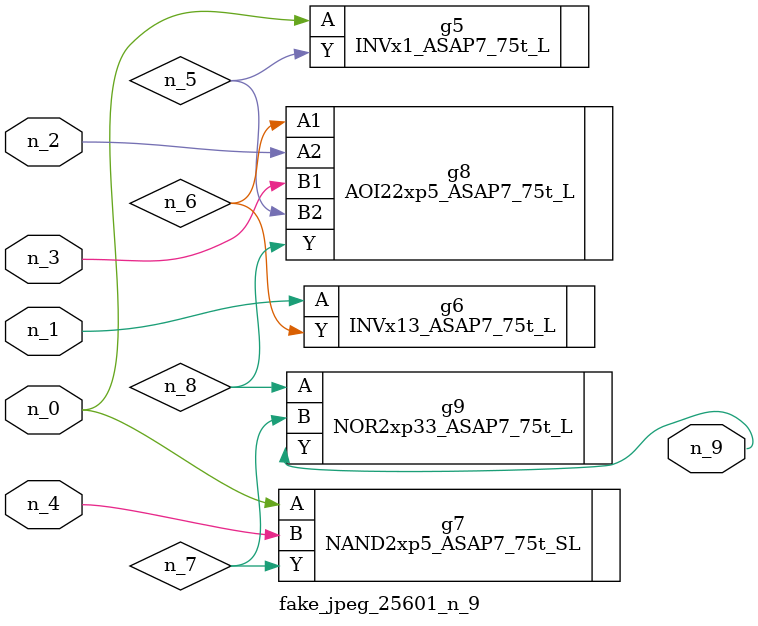
<source format=v>
module fake_jpeg_25601_n_9 (n_3, n_2, n_1, n_0, n_4, n_9);

input n_3;
input n_2;
input n_1;
input n_0;
input n_4;

output n_9;

wire n_8;
wire n_6;
wire n_5;
wire n_7;

INVx1_ASAP7_75t_L g5 ( 
.A(n_0),
.Y(n_5)
);

INVx13_ASAP7_75t_L g6 ( 
.A(n_1),
.Y(n_6)
);

NAND2xp5_ASAP7_75t_SL g7 ( 
.A(n_0),
.B(n_4),
.Y(n_7)
);

AOI22xp5_ASAP7_75t_L g8 ( 
.A1(n_6),
.A2(n_2),
.B1(n_3),
.B2(n_5),
.Y(n_8)
);

NOR2xp33_ASAP7_75t_L g9 ( 
.A(n_8),
.B(n_7),
.Y(n_9)
);


endmodule
</source>
